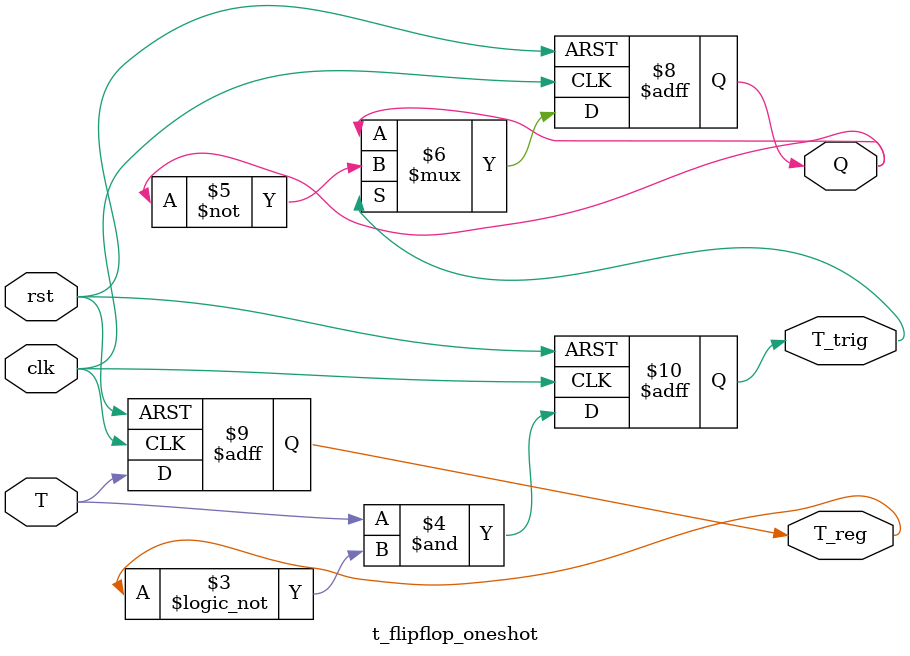
<source format=v>

module t_flipflop_oneshot(clk, rst, T, Q, T_reg, T_trig);

input T, clk, rst;
output reg T_reg, T_trig;
output reg Q;

always @(posedge clk or negedge rst)
 begin 
    if(!rst)begin
        Q <= 1'b0;
        T_reg <= 1'b0;
        T_trig <= 1'b0;
    end
    else begin
        T_reg <= T;
        T_trig <= T & !T_reg;
   
    if(T_trig)
        Q <= ~Q;
    end
 end

endmodule

</source>
